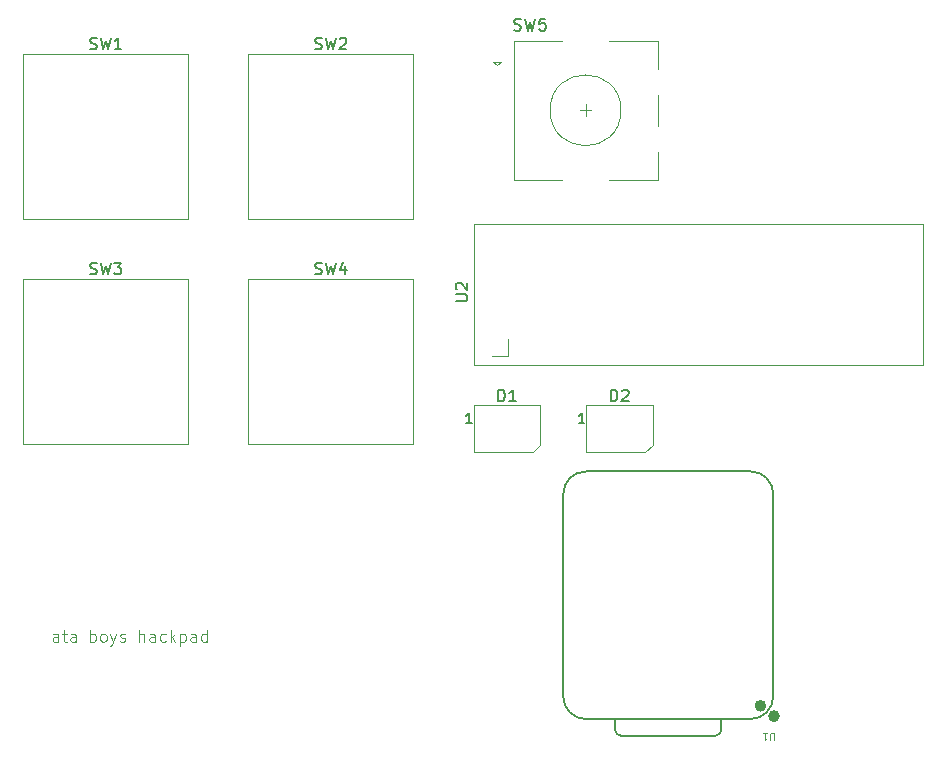
<source format=gbr>
%TF.GenerationSoftware,KiCad,Pcbnew,9.0.7*%
%TF.CreationDate,2026-02-10T21:25:41+00:00*%
%TF.ProjectId,micro discord board,6d696372-6f20-4646-9973-636f72642062,rev?*%
%TF.SameCoordinates,Original*%
%TF.FileFunction,Legend,Top*%
%TF.FilePolarity,Positive*%
%FSLAX46Y46*%
G04 Gerber Fmt 4.6, Leading zero omitted, Abs format (unit mm)*
G04 Created by KiCad (PCBNEW 9.0.7) date 2026-02-10 21:25:41*
%MOMM*%
%LPD*%
G01*
G04 APERTURE LIST*
%ADD10C,0.100000*%
%ADD11C,0.150000*%
%ADD12C,0.101600*%
%ADD13C,0.120000*%
%ADD14C,0.127000*%
%ADD15C,0.504000*%
G04 APERTURE END LIST*
D10*
X81694955Y-90359919D02*
X81694955Y-89836109D01*
X81694955Y-89836109D02*
X81647336Y-89740871D01*
X81647336Y-89740871D02*
X81552098Y-89693252D01*
X81552098Y-89693252D02*
X81361622Y-89693252D01*
X81361622Y-89693252D02*
X81266384Y-89740871D01*
X81694955Y-90312300D02*
X81599717Y-90359919D01*
X81599717Y-90359919D02*
X81361622Y-90359919D01*
X81361622Y-90359919D02*
X81266384Y-90312300D01*
X81266384Y-90312300D02*
X81218765Y-90217061D01*
X81218765Y-90217061D02*
X81218765Y-90121823D01*
X81218765Y-90121823D02*
X81266384Y-90026585D01*
X81266384Y-90026585D02*
X81361622Y-89978966D01*
X81361622Y-89978966D02*
X81599717Y-89978966D01*
X81599717Y-89978966D02*
X81694955Y-89931347D01*
X82028289Y-89693252D02*
X82409241Y-89693252D01*
X82171146Y-89359919D02*
X82171146Y-90217061D01*
X82171146Y-90217061D02*
X82218765Y-90312300D01*
X82218765Y-90312300D02*
X82314003Y-90359919D01*
X82314003Y-90359919D02*
X82409241Y-90359919D01*
X83171146Y-90359919D02*
X83171146Y-89836109D01*
X83171146Y-89836109D02*
X83123527Y-89740871D01*
X83123527Y-89740871D02*
X83028289Y-89693252D01*
X83028289Y-89693252D02*
X82837813Y-89693252D01*
X82837813Y-89693252D02*
X82742575Y-89740871D01*
X83171146Y-90312300D02*
X83075908Y-90359919D01*
X83075908Y-90359919D02*
X82837813Y-90359919D01*
X82837813Y-90359919D02*
X82742575Y-90312300D01*
X82742575Y-90312300D02*
X82694956Y-90217061D01*
X82694956Y-90217061D02*
X82694956Y-90121823D01*
X82694956Y-90121823D02*
X82742575Y-90026585D01*
X82742575Y-90026585D02*
X82837813Y-89978966D01*
X82837813Y-89978966D02*
X83075908Y-89978966D01*
X83075908Y-89978966D02*
X83171146Y-89931347D01*
X84409242Y-90359919D02*
X84409242Y-89359919D01*
X84409242Y-89740871D02*
X84504480Y-89693252D01*
X84504480Y-89693252D02*
X84694956Y-89693252D01*
X84694956Y-89693252D02*
X84790194Y-89740871D01*
X84790194Y-89740871D02*
X84837813Y-89788490D01*
X84837813Y-89788490D02*
X84885432Y-89883728D01*
X84885432Y-89883728D02*
X84885432Y-90169442D01*
X84885432Y-90169442D02*
X84837813Y-90264680D01*
X84837813Y-90264680D02*
X84790194Y-90312300D01*
X84790194Y-90312300D02*
X84694956Y-90359919D01*
X84694956Y-90359919D02*
X84504480Y-90359919D01*
X84504480Y-90359919D02*
X84409242Y-90312300D01*
X85456861Y-90359919D02*
X85361623Y-90312300D01*
X85361623Y-90312300D02*
X85314004Y-90264680D01*
X85314004Y-90264680D02*
X85266385Y-90169442D01*
X85266385Y-90169442D02*
X85266385Y-89883728D01*
X85266385Y-89883728D02*
X85314004Y-89788490D01*
X85314004Y-89788490D02*
X85361623Y-89740871D01*
X85361623Y-89740871D02*
X85456861Y-89693252D01*
X85456861Y-89693252D02*
X85599718Y-89693252D01*
X85599718Y-89693252D02*
X85694956Y-89740871D01*
X85694956Y-89740871D02*
X85742575Y-89788490D01*
X85742575Y-89788490D02*
X85790194Y-89883728D01*
X85790194Y-89883728D02*
X85790194Y-90169442D01*
X85790194Y-90169442D02*
X85742575Y-90264680D01*
X85742575Y-90264680D02*
X85694956Y-90312300D01*
X85694956Y-90312300D02*
X85599718Y-90359919D01*
X85599718Y-90359919D02*
X85456861Y-90359919D01*
X86123528Y-89693252D02*
X86361623Y-90359919D01*
X86599718Y-89693252D02*
X86361623Y-90359919D01*
X86361623Y-90359919D02*
X86266385Y-90598014D01*
X86266385Y-90598014D02*
X86218766Y-90645633D01*
X86218766Y-90645633D02*
X86123528Y-90693252D01*
X86933052Y-90312300D02*
X87028290Y-90359919D01*
X87028290Y-90359919D02*
X87218766Y-90359919D01*
X87218766Y-90359919D02*
X87314004Y-90312300D01*
X87314004Y-90312300D02*
X87361623Y-90217061D01*
X87361623Y-90217061D02*
X87361623Y-90169442D01*
X87361623Y-90169442D02*
X87314004Y-90074204D01*
X87314004Y-90074204D02*
X87218766Y-90026585D01*
X87218766Y-90026585D02*
X87075909Y-90026585D01*
X87075909Y-90026585D02*
X86980671Y-89978966D01*
X86980671Y-89978966D02*
X86933052Y-89883728D01*
X86933052Y-89883728D02*
X86933052Y-89836109D01*
X86933052Y-89836109D02*
X86980671Y-89740871D01*
X86980671Y-89740871D02*
X87075909Y-89693252D01*
X87075909Y-89693252D02*
X87218766Y-89693252D01*
X87218766Y-89693252D02*
X87314004Y-89740871D01*
X88552100Y-90359919D02*
X88552100Y-89359919D01*
X88980671Y-90359919D02*
X88980671Y-89836109D01*
X88980671Y-89836109D02*
X88933052Y-89740871D01*
X88933052Y-89740871D02*
X88837814Y-89693252D01*
X88837814Y-89693252D02*
X88694957Y-89693252D01*
X88694957Y-89693252D02*
X88599719Y-89740871D01*
X88599719Y-89740871D02*
X88552100Y-89788490D01*
X89885433Y-90359919D02*
X89885433Y-89836109D01*
X89885433Y-89836109D02*
X89837814Y-89740871D01*
X89837814Y-89740871D02*
X89742576Y-89693252D01*
X89742576Y-89693252D02*
X89552100Y-89693252D01*
X89552100Y-89693252D02*
X89456862Y-89740871D01*
X89885433Y-90312300D02*
X89790195Y-90359919D01*
X89790195Y-90359919D02*
X89552100Y-90359919D01*
X89552100Y-90359919D02*
X89456862Y-90312300D01*
X89456862Y-90312300D02*
X89409243Y-90217061D01*
X89409243Y-90217061D02*
X89409243Y-90121823D01*
X89409243Y-90121823D02*
X89456862Y-90026585D01*
X89456862Y-90026585D02*
X89552100Y-89978966D01*
X89552100Y-89978966D02*
X89790195Y-89978966D01*
X89790195Y-89978966D02*
X89885433Y-89931347D01*
X90790195Y-90312300D02*
X90694957Y-90359919D01*
X90694957Y-90359919D02*
X90504481Y-90359919D01*
X90504481Y-90359919D02*
X90409243Y-90312300D01*
X90409243Y-90312300D02*
X90361624Y-90264680D01*
X90361624Y-90264680D02*
X90314005Y-90169442D01*
X90314005Y-90169442D02*
X90314005Y-89883728D01*
X90314005Y-89883728D02*
X90361624Y-89788490D01*
X90361624Y-89788490D02*
X90409243Y-89740871D01*
X90409243Y-89740871D02*
X90504481Y-89693252D01*
X90504481Y-89693252D02*
X90694957Y-89693252D01*
X90694957Y-89693252D02*
X90790195Y-89740871D01*
X91218767Y-90359919D02*
X91218767Y-89359919D01*
X91314005Y-89978966D02*
X91599719Y-90359919D01*
X91599719Y-89693252D02*
X91218767Y-90074204D01*
X92028291Y-89693252D02*
X92028291Y-90693252D01*
X92028291Y-89740871D02*
X92123529Y-89693252D01*
X92123529Y-89693252D02*
X92314005Y-89693252D01*
X92314005Y-89693252D02*
X92409243Y-89740871D01*
X92409243Y-89740871D02*
X92456862Y-89788490D01*
X92456862Y-89788490D02*
X92504481Y-89883728D01*
X92504481Y-89883728D02*
X92504481Y-90169442D01*
X92504481Y-90169442D02*
X92456862Y-90264680D01*
X92456862Y-90264680D02*
X92409243Y-90312300D01*
X92409243Y-90312300D02*
X92314005Y-90359919D01*
X92314005Y-90359919D02*
X92123529Y-90359919D01*
X92123529Y-90359919D02*
X92028291Y-90312300D01*
X93361624Y-90359919D02*
X93361624Y-89836109D01*
X93361624Y-89836109D02*
X93314005Y-89740871D01*
X93314005Y-89740871D02*
X93218767Y-89693252D01*
X93218767Y-89693252D02*
X93028291Y-89693252D01*
X93028291Y-89693252D02*
X92933053Y-89740871D01*
X93361624Y-90312300D02*
X93266386Y-90359919D01*
X93266386Y-90359919D02*
X93028291Y-90359919D01*
X93028291Y-90359919D02*
X92933053Y-90312300D01*
X92933053Y-90312300D02*
X92885434Y-90217061D01*
X92885434Y-90217061D02*
X92885434Y-90121823D01*
X92885434Y-90121823D02*
X92933053Y-90026585D01*
X92933053Y-90026585D02*
X93028291Y-89978966D01*
X93028291Y-89978966D02*
X93266386Y-89978966D01*
X93266386Y-89978966D02*
X93361624Y-89931347D01*
X94266386Y-90359919D02*
X94266386Y-89359919D01*
X94266386Y-90312300D02*
X94171148Y-90359919D01*
X94171148Y-90359919D02*
X93980672Y-90359919D01*
X93980672Y-90359919D02*
X93885434Y-90312300D01*
X93885434Y-90312300D02*
X93837815Y-90264680D01*
X93837815Y-90264680D02*
X93790196Y-90169442D01*
X93790196Y-90169442D02*
X93790196Y-89883728D01*
X93790196Y-89883728D02*
X93837815Y-89788490D01*
X93837815Y-89788490D02*
X93885434Y-89740871D01*
X93885434Y-89740871D02*
X93980672Y-89693252D01*
X93980672Y-89693252D02*
X94171148Y-89693252D01*
X94171148Y-89693252D02*
X94266386Y-89740871D01*
D11*
X84391667Y-59208200D02*
X84534524Y-59255819D01*
X84534524Y-59255819D02*
X84772619Y-59255819D01*
X84772619Y-59255819D02*
X84867857Y-59208200D01*
X84867857Y-59208200D02*
X84915476Y-59160580D01*
X84915476Y-59160580D02*
X84963095Y-59065342D01*
X84963095Y-59065342D02*
X84963095Y-58970104D01*
X84963095Y-58970104D02*
X84915476Y-58874866D01*
X84915476Y-58874866D02*
X84867857Y-58827247D01*
X84867857Y-58827247D02*
X84772619Y-58779628D01*
X84772619Y-58779628D02*
X84582143Y-58732009D01*
X84582143Y-58732009D02*
X84486905Y-58684390D01*
X84486905Y-58684390D02*
X84439286Y-58636771D01*
X84439286Y-58636771D02*
X84391667Y-58541533D01*
X84391667Y-58541533D02*
X84391667Y-58446295D01*
X84391667Y-58446295D02*
X84439286Y-58351057D01*
X84439286Y-58351057D02*
X84486905Y-58303438D01*
X84486905Y-58303438D02*
X84582143Y-58255819D01*
X84582143Y-58255819D02*
X84820238Y-58255819D01*
X84820238Y-58255819D02*
X84963095Y-58303438D01*
X85296429Y-58255819D02*
X85534524Y-59255819D01*
X85534524Y-59255819D02*
X85725000Y-58541533D01*
X85725000Y-58541533D02*
X85915476Y-59255819D01*
X85915476Y-59255819D02*
X86153572Y-58255819D01*
X86439286Y-58255819D02*
X87058333Y-58255819D01*
X87058333Y-58255819D02*
X86725000Y-58636771D01*
X86725000Y-58636771D02*
X86867857Y-58636771D01*
X86867857Y-58636771D02*
X86963095Y-58684390D01*
X86963095Y-58684390D02*
X87010714Y-58732009D01*
X87010714Y-58732009D02*
X87058333Y-58827247D01*
X87058333Y-58827247D02*
X87058333Y-59065342D01*
X87058333Y-59065342D02*
X87010714Y-59160580D01*
X87010714Y-59160580D02*
X86963095Y-59208200D01*
X86963095Y-59208200D02*
X86867857Y-59255819D01*
X86867857Y-59255819D02*
X86582143Y-59255819D01*
X86582143Y-59255819D02*
X86486905Y-59208200D01*
X86486905Y-59208200D02*
X86439286Y-59160580D01*
D12*
X142333809Y-98706520D02*
X142333809Y-98192473D01*
X142333809Y-98192473D02*
X142303571Y-98131997D01*
X142303571Y-98131997D02*
X142273333Y-98101759D01*
X142273333Y-98101759D02*
X142212857Y-98071520D01*
X142212857Y-98071520D02*
X142091904Y-98071520D01*
X142091904Y-98071520D02*
X142031428Y-98101759D01*
X142031428Y-98101759D02*
X142001190Y-98131997D01*
X142001190Y-98131997D02*
X141970952Y-98192473D01*
X141970952Y-98192473D02*
X141970952Y-98706520D01*
X141335952Y-98071520D02*
X141698809Y-98071520D01*
X141517381Y-98071520D02*
X141517381Y-98706520D01*
X141517381Y-98706520D02*
X141577857Y-98615806D01*
X141577857Y-98615806D02*
X141638333Y-98555330D01*
X141638333Y-98555330D02*
X141698809Y-98525092D01*
D11*
X128480655Y-70017319D02*
X128480655Y-69017319D01*
X128480655Y-69017319D02*
X128718750Y-69017319D01*
X128718750Y-69017319D02*
X128861607Y-69064938D01*
X128861607Y-69064938D02*
X128956845Y-69160176D01*
X128956845Y-69160176D02*
X129004464Y-69255414D01*
X129004464Y-69255414D02*
X129052083Y-69445890D01*
X129052083Y-69445890D02*
X129052083Y-69588747D01*
X129052083Y-69588747D02*
X129004464Y-69779223D01*
X129004464Y-69779223D02*
X128956845Y-69874461D01*
X128956845Y-69874461D02*
X128861607Y-69969700D01*
X128861607Y-69969700D02*
X128718750Y-70017319D01*
X128718750Y-70017319D02*
X128480655Y-70017319D01*
X129433036Y-69112557D02*
X129480655Y-69064938D01*
X129480655Y-69064938D02*
X129575893Y-69017319D01*
X129575893Y-69017319D02*
X129813988Y-69017319D01*
X129813988Y-69017319D02*
X129909226Y-69064938D01*
X129909226Y-69064938D02*
X129956845Y-69112557D01*
X129956845Y-69112557D02*
X130004464Y-69207795D01*
X130004464Y-69207795D02*
X130004464Y-69303033D01*
X130004464Y-69303033D02*
X129956845Y-69445890D01*
X129956845Y-69445890D02*
X129385417Y-70017319D01*
X129385417Y-70017319D02*
X130004464Y-70017319D01*
X126247321Y-71799795D02*
X125790178Y-71799795D01*
X126018750Y-71799795D02*
X126018750Y-70999795D01*
X126018750Y-70999795D02*
X125942559Y-71114080D01*
X125942559Y-71114080D02*
X125866369Y-71190271D01*
X125866369Y-71190271D02*
X125790178Y-71228366D01*
X115344819Y-61531904D02*
X116154342Y-61531904D01*
X116154342Y-61531904D02*
X116249580Y-61484285D01*
X116249580Y-61484285D02*
X116297200Y-61436666D01*
X116297200Y-61436666D02*
X116344819Y-61341428D01*
X116344819Y-61341428D02*
X116344819Y-61150952D01*
X116344819Y-61150952D02*
X116297200Y-61055714D01*
X116297200Y-61055714D02*
X116249580Y-61008095D01*
X116249580Y-61008095D02*
X116154342Y-60960476D01*
X116154342Y-60960476D02*
X115344819Y-60960476D01*
X115440057Y-60531904D02*
X115392438Y-60484285D01*
X115392438Y-60484285D02*
X115344819Y-60389047D01*
X115344819Y-60389047D02*
X115344819Y-60150952D01*
X115344819Y-60150952D02*
X115392438Y-60055714D01*
X115392438Y-60055714D02*
X115440057Y-60008095D01*
X115440057Y-60008095D02*
X115535295Y-59960476D01*
X115535295Y-59960476D02*
X115630533Y-59960476D01*
X115630533Y-59960476D02*
X115773390Y-60008095D01*
X115773390Y-60008095D02*
X116344819Y-60579523D01*
X116344819Y-60579523D02*
X116344819Y-59960476D01*
X103441667Y-59208200D02*
X103584524Y-59255819D01*
X103584524Y-59255819D02*
X103822619Y-59255819D01*
X103822619Y-59255819D02*
X103917857Y-59208200D01*
X103917857Y-59208200D02*
X103965476Y-59160580D01*
X103965476Y-59160580D02*
X104013095Y-59065342D01*
X104013095Y-59065342D02*
X104013095Y-58970104D01*
X104013095Y-58970104D02*
X103965476Y-58874866D01*
X103965476Y-58874866D02*
X103917857Y-58827247D01*
X103917857Y-58827247D02*
X103822619Y-58779628D01*
X103822619Y-58779628D02*
X103632143Y-58732009D01*
X103632143Y-58732009D02*
X103536905Y-58684390D01*
X103536905Y-58684390D02*
X103489286Y-58636771D01*
X103489286Y-58636771D02*
X103441667Y-58541533D01*
X103441667Y-58541533D02*
X103441667Y-58446295D01*
X103441667Y-58446295D02*
X103489286Y-58351057D01*
X103489286Y-58351057D02*
X103536905Y-58303438D01*
X103536905Y-58303438D02*
X103632143Y-58255819D01*
X103632143Y-58255819D02*
X103870238Y-58255819D01*
X103870238Y-58255819D02*
X104013095Y-58303438D01*
X104346429Y-58255819D02*
X104584524Y-59255819D01*
X104584524Y-59255819D02*
X104775000Y-58541533D01*
X104775000Y-58541533D02*
X104965476Y-59255819D01*
X104965476Y-59255819D02*
X105203572Y-58255819D01*
X106013095Y-58589152D02*
X106013095Y-59255819D01*
X105775000Y-58208200D02*
X105536905Y-58922485D01*
X105536905Y-58922485D02*
X106155952Y-58922485D01*
X120316667Y-38569700D02*
X120459524Y-38617319D01*
X120459524Y-38617319D02*
X120697619Y-38617319D01*
X120697619Y-38617319D02*
X120792857Y-38569700D01*
X120792857Y-38569700D02*
X120840476Y-38522080D01*
X120840476Y-38522080D02*
X120888095Y-38426842D01*
X120888095Y-38426842D02*
X120888095Y-38331604D01*
X120888095Y-38331604D02*
X120840476Y-38236366D01*
X120840476Y-38236366D02*
X120792857Y-38188747D01*
X120792857Y-38188747D02*
X120697619Y-38141128D01*
X120697619Y-38141128D02*
X120507143Y-38093509D01*
X120507143Y-38093509D02*
X120411905Y-38045890D01*
X120411905Y-38045890D02*
X120364286Y-37998271D01*
X120364286Y-37998271D02*
X120316667Y-37903033D01*
X120316667Y-37903033D02*
X120316667Y-37807795D01*
X120316667Y-37807795D02*
X120364286Y-37712557D01*
X120364286Y-37712557D02*
X120411905Y-37664938D01*
X120411905Y-37664938D02*
X120507143Y-37617319D01*
X120507143Y-37617319D02*
X120745238Y-37617319D01*
X120745238Y-37617319D02*
X120888095Y-37664938D01*
X121221429Y-37617319D02*
X121459524Y-38617319D01*
X121459524Y-38617319D02*
X121650000Y-37903033D01*
X121650000Y-37903033D02*
X121840476Y-38617319D01*
X121840476Y-38617319D02*
X122078572Y-37617319D01*
X122935714Y-37617319D02*
X122459524Y-37617319D01*
X122459524Y-37617319D02*
X122411905Y-38093509D01*
X122411905Y-38093509D02*
X122459524Y-38045890D01*
X122459524Y-38045890D02*
X122554762Y-37998271D01*
X122554762Y-37998271D02*
X122792857Y-37998271D01*
X122792857Y-37998271D02*
X122888095Y-38045890D01*
X122888095Y-38045890D02*
X122935714Y-38093509D01*
X122935714Y-38093509D02*
X122983333Y-38188747D01*
X122983333Y-38188747D02*
X122983333Y-38426842D01*
X122983333Y-38426842D02*
X122935714Y-38522080D01*
X122935714Y-38522080D02*
X122888095Y-38569700D01*
X122888095Y-38569700D02*
X122792857Y-38617319D01*
X122792857Y-38617319D02*
X122554762Y-38617319D01*
X122554762Y-38617319D02*
X122459524Y-38569700D01*
X122459524Y-38569700D02*
X122411905Y-38522080D01*
X118955655Y-70017319D02*
X118955655Y-69017319D01*
X118955655Y-69017319D02*
X119193750Y-69017319D01*
X119193750Y-69017319D02*
X119336607Y-69064938D01*
X119336607Y-69064938D02*
X119431845Y-69160176D01*
X119431845Y-69160176D02*
X119479464Y-69255414D01*
X119479464Y-69255414D02*
X119527083Y-69445890D01*
X119527083Y-69445890D02*
X119527083Y-69588747D01*
X119527083Y-69588747D02*
X119479464Y-69779223D01*
X119479464Y-69779223D02*
X119431845Y-69874461D01*
X119431845Y-69874461D02*
X119336607Y-69969700D01*
X119336607Y-69969700D02*
X119193750Y-70017319D01*
X119193750Y-70017319D02*
X118955655Y-70017319D01*
X120479464Y-70017319D02*
X119908036Y-70017319D01*
X120193750Y-70017319D02*
X120193750Y-69017319D01*
X120193750Y-69017319D02*
X120098512Y-69160176D01*
X120098512Y-69160176D02*
X120003274Y-69255414D01*
X120003274Y-69255414D02*
X119908036Y-69303033D01*
X116722321Y-71799795D02*
X116265178Y-71799795D01*
X116493750Y-71799795D02*
X116493750Y-70999795D01*
X116493750Y-70999795D02*
X116417559Y-71114080D01*
X116417559Y-71114080D02*
X116341369Y-71190271D01*
X116341369Y-71190271D02*
X116265178Y-71228366D01*
X84391667Y-40158200D02*
X84534524Y-40205819D01*
X84534524Y-40205819D02*
X84772619Y-40205819D01*
X84772619Y-40205819D02*
X84867857Y-40158200D01*
X84867857Y-40158200D02*
X84915476Y-40110580D01*
X84915476Y-40110580D02*
X84963095Y-40015342D01*
X84963095Y-40015342D02*
X84963095Y-39920104D01*
X84963095Y-39920104D02*
X84915476Y-39824866D01*
X84915476Y-39824866D02*
X84867857Y-39777247D01*
X84867857Y-39777247D02*
X84772619Y-39729628D01*
X84772619Y-39729628D02*
X84582143Y-39682009D01*
X84582143Y-39682009D02*
X84486905Y-39634390D01*
X84486905Y-39634390D02*
X84439286Y-39586771D01*
X84439286Y-39586771D02*
X84391667Y-39491533D01*
X84391667Y-39491533D02*
X84391667Y-39396295D01*
X84391667Y-39396295D02*
X84439286Y-39301057D01*
X84439286Y-39301057D02*
X84486905Y-39253438D01*
X84486905Y-39253438D02*
X84582143Y-39205819D01*
X84582143Y-39205819D02*
X84820238Y-39205819D01*
X84820238Y-39205819D02*
X84963095Y-39253438D01*
X85296429Y-39205819D02*
X85534524Y-40205819D01*
X85534524Y-40205819D02*
X85725000Y-39491533D01*
X85725000Y-39491533D02*
X85915476Y-40205819D01*
X85915476Y-40205819D02*
X86153572Y-39205819D01*
X87058333Y-40205819D02*
X86486905Y-40205819D01*
X86772619Y-40205819D02*
X86772619Y-39205819D01*
X86772619Y-39205819D02*
X86677381Y-39348676D01*
X86677381Y-39348676D02*
X86582143Y-39443914D01*
X86582143Y-39443914D02*
X86486905Y-39491533D01*
X103441667Y-40158200D02*
X103584524Y-40205819D01*
X103584524Y-40205819D02*
X103822619Y-40205819D01*
X103822619Y-40205819D02*
X103917857Y-40158200D01*
X103917857Y-40158200D02*
X103965476Y-40110580D01*
X103965476Y-40110580D02*
X104013095Y-40015342D01*
X104013095Y-40015342D02*
X104013095Y-39920104D01*
X104013095Y-39920104D02*
X103965476Y-39824866D01*
X103965476Y-39824866D02*
X103917857Y-39777247D01*
X103917857Y-39777247D02*
X103822619Y-39729628D01*
X103822619Y-39729628D02*
X103632143Y-39682009D01*
X103632143Y-39682009D02*
X103536905Y-39634390D01*
X103536905Y-39634390D02*
X103489286Y-39586771D01*
X103489286Y-39586771D02*
X103441667Y-39491533D01*
X103441667Y-39491533D02*
X103441667Y-39396295D01*
X103441667Y-39396295D02*
X103489286Y-39301057D01*
X103489286Y-39301057D02*
X103536905Y-39253438D01*
X103536905Y-39253438D02*
X103632143Y-39205819D01*
X103632143Y-39205819D02*
X103870238Y-39205819D01*
X103870238Y-39205819D02*
X104013095Y-39253438D01*
X104346429Y-39205819D02*
X104584524Y-40205819D01*
X104584524Y-40205819D02*
X104775000Y-39491533D01*
X104775000Y-39491533D02*
X104965476Y-40205819D01*
X104965476Y-40205819D02*
X105203572Y-39205819D01*
X105536905Y-39301057D02*
X105584524Y-39253438D01*
X105584524Y-39253438D02*
X105679762Y-39205819D01*
X105679762Y-39205819D02*
X105917857Y-39205819D01*
X105917857Y-39205819D02*
X106013095Y-39253438D01*
X106013095Y-39253438D02*
X106060714Y-39301057D01*
X106060714Y-39301057D02*
X106108333Y-39396295D01*
X106108333Y-39396295D02*
X106108333Y-39491533D01*
X106108333Y-39491533D02*
X106060714Y-39634390D01*
X106060714Y-39634390D02*
X105489286Y-40205819D01*
X105489286Y-40205819D02*
X106108333Y-40205819D01*
D13*
%TO.C,SW3*%
X78740000Y-59690000D02*
X92710000Y-59690000D01*
X78740000Y-73660000D02*
X78740000Y-59690000D01*
X92710000Y-59690000D02*
X92710000Y-73660000D01*
X92710000Y-73660000D02*
X78740000Y-73660000D01*
D14*
%TO.C,U1*%
X124460000Y-77851000D02*
X124460000Y-94996000D01*
D10*
X126365000Y-96901000D02*
X140335000Y-96901000D01*
D14*
X126365000Y-96901000D02*
X140335000Y-96901000D01*
X128846000Y-97811000D02*
X128846000Y-96901000D01*
X137341272Y-98311000D02*
X129346000Y-98311000D01*
X137845000Y-96901000D02*
X137841272Y-97811272D01*
X140335000Y-75946000D02*
X126365000Y-75946000D01*
X142240000Y-77851000D02*
X142240000Y-94996000D01*
X124460000Y-77851000D02*
G75*
G02*
X126365000Y-75946000I1905000J0D01*
G01*
X126365000Y-96901000D02*
G75*
G02*
X124460000Y-94996000I0J1905000D01*
G01*
X129346000Y-98311000D02*
G75*
G02*
X128846000Y-97811000I0J500000D01*
G01*
X137841272Y-97811272D02*
G75*
G02*
X137341272Y-98310999I-500018J291D01*
G01*
X140335000Y-75946000D02*
G75*
G02*
X142240000Y-77851000I-1J-1905001D01*
G01*
X142240000Y-94996000D02*
G75*
G02*
X140335000Y-96901000I-1905001J1D01*
G01*
D15*
X141409000Y-95780000D02*
G75*
G02*
X140905000Y-95780000I-252000J0D01*
G01*
X140905000Y-95780000D02*
G75*
G02*
X141409000Y-95780000I252000J0D01*
G01*
X142552000Y-96660000D02*
G75*
G02*
X142048000Y-96660000I-252000J0D01*
G01*
X142048000Y-96660000D02*
G75*
G02*
X142552000Y-96660000I252000J0D01*
G01*
D13*
%TO.C,D2*%
X126418750Y-70312500D02*
X126418750Y-74312500D01*
X126418750Y-70312500D02*
X132018750Y-70312500D01*
X126418750Y-74312500D02*
X131418750Y-74312500D01*
X132018750Y-73712500D02*
X131418750Y-74312500D01*
X132018750Y-73712500D02*
X132018750Y-70312500D01*
%TO.C,U2*%
X118390000Y-66150000D02*
X119770000Y-66150000D01*
X119770000Y-64770000D02*
X119770000Y-66150000D01*
X116890000Y-66960000D02*
X154890000Y-66960000D01*
X154890000Y-54960000D01*
X116890000Y-54960000D01*
X116890000Y-66960000D01*
%TO.C,SW4*%
X97790000Y-59690000D02*
X111760000Y-59690000D01*
X97790000Y-73660000D02*
X97790000Y-59690000D01*
X111760000Y-59690000D02*
X111760000Y-73660000D01*
X111760000Y-73660000D02*
X97790000Y-73660000D01*
%TO.C,SW5*%
X118550000Y-41262500D02*
X119150000Y-41262500D01*
X118850000Y-41562500D02*
X118550000Y-41262500D01*
X119150000Y-41262500D02*
X118850000Y-41562500D01*
X120250000Y-39462500D02*
X120250000Y-51262500D01*
X124350000Y-39462500D02*
X120250000Y-39462500D01*
X124350000Y-51262500D02*
X120250000Y-51262500D01*
X125850000Y-45362500D02*
X126850000Y-45362500D01*
X126350000Y-44862500D02*
X126350000Y-45862500D01*
X128350000Y-39462500D02*
X132450000Y-39462500D01*
X132450000Y-39462500D02*
X132450000Y-41862500D01*
X132450000Y-44062500D02*
X132450000Y-46662500D01*
X132450000Y-48862500D02*
X132450000Y-51262500D01*
X132450000Y-51262500D02*
X128350000Y-51262500D01*
X129350000Y-45362500D02*
G75*
G02*
X123350000Y-45362500I-3000000J0D01*
G01*
X123350000Y-45362500D02*
G75*
G02*
X129350000Y-45362500I3000000J0D01*
G01*
%TO.C,D1*%
X116893750Y-70312500D02*
X116893750Y-74312500D01*
X116893750Y-70312500D02*
X122493750Y-70312500D01*
X116893750Y-74312500D02*
X121893750Y-74312500D01*
X122493750Y-73712500D02*
X121893750Y-74312500D01*
X122493750Y-73712500D02*
X122493750Y-70312500D01*
%TO.C,SW1*%
X78740000Y-40640000D02*
X92710000Y-40640000D01*
X78740000Y-54610000D02*
X78740000Y-40640000D01*
X92710000Y-40640000D02*
X92710000Y-54610000D01*
X92710000Y-54610000D02*
X78740000Y-54610000D01*
%TO.C,SW2*%
X97790000Y-40640000D02*
X111760000Y-40640000D01*
X97790000Y-54610000D02*
X97790000Y-40640000D01*
X111760000Y-40640000D02*
X111760000Y-54610000D01*
X111760000Y-54610000D02*
X97790000Y-54610000D01*
%TD*%
M02*

</source>
